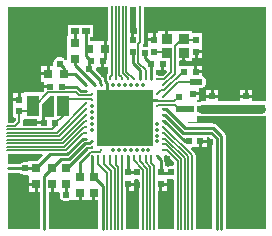
<source format=gtl>
G04*
G04 #@! TF.GenerationSoftware,Altium Limited,Altium Designer,19.0.10 (269)*
G04*
G04 Layer_Physical_Order=1*
G04 Layer_Color=255*
%FSLAX24Y24*%
%MOIN*%
G70*
G01*
G75*
%ADD10C,0.0098*%
%ADD12C,0.0079*%
%ADD13R,0.0197X0.0236*%
%ADD14R,0.0256X0.0197*%
%ADD15R,0.0236X0.0197*%
%ADD16R,0.0315X0.0295*%
%ADD17R,0.0374X0.0335*%
%ADD18R,0.0295X0.0315*%
%ADD19R,0.0300X0.0300*%
%ADD21R,0.1909X0.1909*%
%ADD22R,0.0394X0.0709*%
%ADD32C,0.0108*%
%ADD33C,0.0059*%
%ADD34C,0.0300*%
%ADD35C,0.0200*%
%ADD36C,0.0057*%
%ADD37C,0.0072*%
%ADD38C,0.0083*%
%ADD39C,0.0240*%
%ADD40C,0.0138*%
G36*
X372Y2817D02*
X316D01*
Y2598D01*
X216D01*
Y2817D01*
X169D01*
Y3708D01*
X372D01*
Y2817D01*
D02*
G37*
G36*
X-555Y2566D02*
X-609D01*
Y2309D01*
X-709D01*
Y2566D01*
X-907D01*
Y2566D01*
X-943D01*
Y2566D01*
X-1150D01*
Y2705D01*
X-1071D01*
Y3102D01*
X-1901D01*
Y2738D01*
X-1931D01*
Y2243D01*
X-1931D01*
Y2206D01*
X-1931D01*
Y1926D01*
X-1981Y1914D01*
X-1984Y1921D01*
X-2000Y1945D01*
X-2019Y1967D01*
X-2041Y1986D01*
X-2065Y2002D01*
X-2091Y2015D01*
X-2118Y2024D01*
X-2146Y2030D01*
X-2175Y2032D01*
X-2204Y2030D01*
X-2232Y2024D01*
X-2260Y2015D01*
X-2285Y2002D01*
X-2309Y1986D01*
X-2331Y1967D01*
X-2350Y1945D01*
X-2366Y1921D01*
X-2379Y1895D01*
X-2388Y1868D01*
X-2394Y1840D01*
X-2396Y1811D01*
X-2394Y1782D01*
X-2392Y1774D01*
X-2418Y1733D01*
X-2431Y1724D01*
X-2499D01*
Y1467D01*
X-2549D01*
Y1417D01*
X-2797D01*
Y1209D01*
X-2708D01*
Y1083D01*
X-2490D01*
Y983D01*
X-2708D01*
Y881D01*
X-2719Y872D01*
X-2765Y858D01*
Y858D01*
X-2765Y858D01*
X-3359D01*
Y828D01*
X-3465D01*
Y610D01*
X-3515D01*
Y560D01*
X-3713D01*
Y392D01*
Y-2D01*
X-3645D01*
Y-73D01*
X-3711Y-140D01*
X-3905D01*
Y3708D01*
X-555D01*
Y2566D01*
D02*
G37*
G36*
X4692Y550D02*
X4557D01*
X4550Y550D01*
X4237D01*
Y667D01*
X4039D01*
X3841D01*
Y550D01*
X3114D01*
Y667D01*
X2718D01*
Y550D01*
X2566D01*
X2538Y549D01*
X2510Y544D01*
X2483Y536D01*
X2457Y526D01*
X2452Y523D01*
X2407Y547D01*
X2417Y585D01*
X2464D01*
Y753D01*
X2266D01*
Y853D01*
X2464D01*
Y932D01*
X2486Y980D01*
X2515Y982D01*
X2543Y988D01*
X2570Y997D01*
X2596Y1010D01*
X2620Y1026D01*
X2642Y1045D01*
X2661Y1067D01*
X2677Y1091D01*
X2690Y1116D01*
X2699Y1144D01*
X2704Y1172D01*
X2706Y1201D01*
X2704Y1230D01*
X2699Y1258D01*
X2690Y1285D01*
X2677Y1311D01*
X2661Y1335D01*
X2642Y1357D01*
X2620Y1376D01*
X2596Y1392D01*
X2580Y1400D01*
Y1495D01*
X2362D01*
Y1545D01*
X2312D01*
Y1744D01*
X1803D01*
Y1906D01*
X1913D01*
Y2173D01*
X2013D01*
Y1906D01*
X2250D01*
Y1985D01*
X2328D01*
Y2203D01*
X2378D01*
Y2253D01*
X2576D01*
Y2379D01*
Y2815D01*
X2250D01*
Y2893D01*
X1442D01*
Y2626D01*
X1342D01*
Y2893D01*
X1105D01*
Y2815D01*
X1028D01*
Y2597D01*
X978D01*
Y2547D01*
X779D01*
Y2388D01*
X764Y2371D01*
X729Y2354D01*
X717Y2359D01*
X688Y2364D01*
X659Y2366D01*
X646Y2365D01*
X607Y2403D01*
X606Y2443D01*
X607Y2443D01*
X618Y2461D01*
X625Y2479D01*
X630Y2499D01*
X632Y2520D01*
Y3708D01*
X4692D01*
Y550D01*
D02*
G37*
G36*
X1320Y1593D02*
X1368D01*
X1389Y1543D01*
X1255Y1409D01*
X1166D01*
X1153Y1417D01*
X1130Y1427D01*
X1107Y1432D01*
X1083Y1434D01*
X1036Y1472D01*
Y1593D01*
X1220D01*
Y1791D01*
X1320D01*
Y1593D01*
D02*
G37*
G36*
X-683Y1702D02*
X-555D01*
Y1483D01*
X-584Y1454D01*
X-597Y1439D01*
X-608Y1421D01*
X-616Y1402D01*
X-620Y1383D01*
X-622Y1363D01*
X-630Y1350D01*
X-639Y1327D01*
X-686Y1318D01*
X-692Y1320D01*
X-693Y1323D01*
X-706Y1343D01*
X-721Y1361D01*
X-971Y1611D01*
X-970Y1619D01*
X-972Y1648D01*
X-973Y1652D01*
X-940Y1702D01*
X-783D01*
Y1900D01*
X-683D01*
Y1702D01*
D02*
G37*
G36*
X-2375Y31D02*
X-2658D01*
Y-167D01*
X-2708D01*
Y-217D01*
X-2926D01*
Y-256D01*
X-3394D01*
X-3412Y-206D01*
X-3410Y-203D01*
X-3399Y-186D01*
X-3391Y-167D01*
X-3386Y-147D01*
X-3385Y-127D01*
Y-90D01*
X-3359Y-51D01*
X-2926D01*
Y-117D01*
X-2758D01*
Y31D01*
X-2765D01*
Y458D01*
X-2503Y720D01*
X-2375D01*
Y31D01*
D02*
G37*
G36*
X-2740Y-1259D02*
X-2917Y-1435D01*
X-3210D01*
Y-1439D01*
X-3220Y-1451D01*
X-3260Y-1473D01*
X-3270Y-1470D01*
X-3298Y-1464D01*
X-3327Y-1463D01*
X-3356Y-1464D01*
X-3384Y-1470D01*
X-3411Y-1479D01*
X-3437Y-1492D01*
X-3461Y-1508D01*
X-3483Y-1527D01*
X-3488Y-1533D01*
X-3890D01*
X-3905Y-1520D01*
Y-1213D01*
X-2759D01*
X-2740Y-1259D01*
D02*
G37*
G36*
X1630Y-1479D02*
Y-1565D01*
X1623Y-1575D01*
X1580Y-1603D01*
X1574Y-1602D01*
X1545Y-1600D01*
X1516Y-1602D01*
X1488Y-1608D01*
X1461Y-1617D01*
X1439Y-1628D01*
X1430Y-1625D01*
X1389Y-1603D01*
Y-1603D01*
X1341Y-1600D01*
Y-1388D01*
X1339Y-1364D01*
X1333Y-1342D01*
X1324Y-1320D01*
X1312Y-1300D01*
X1299Y-1284D01*
X1367Y-1216D01*
X1630Y-1479D01*
D02*
G37*
G36*
X2457Y74D02*
X2483Y64D01*
X2510Y56D01*
X2538Y51D01*
X2566Y50D01*
X4550D01*
X4557Y50D01*
X4692D01*
Y-3708D01*
X3373D01*
X3365Y-3700D01*
Y-616D01*
X3365Y-616D01*
X3363Y-592D01*
X3358Y-569D01*
X3349Y-548D01*
X3337Y-528D01*
X3321Y-510D01*
X3321Y-510D01*
X3042Y-231D01*
X3025Y-216D01*
X3004Y-203D01*
X2983Y-194D01*
X2960Y-189D01*
X2937Y-187D01*
X2086D01*
X2079Y-178D01*
X2106Y-128D01*
X2392D01*
Y56D01*
X2414Y73D01*
X2442Y83D01*
X2457Y74D01*
D02*
G37*
G36*
X2910Y-742D02*
Y-3700D01*
X2903Y-3708D01*
X2361D01*
X2354Y-3701D01*
Y-1233D01*
X2353Y-1213D01*
X2348Y-1193D01*
X2340Y-1174D01*
X2330Y-1157D01*
X2316Y-1141D01*
X2207Y-1032D01*
X2227Y-986D01*
X2470D01*
Y-787D01*
X2520D01*
Y-737D01*
X2738D01*
Y-642D01*
X2810D01*
X2910Y-742D01*
D02*
G37*
G36*
X1461Y-2025D02*
X1488Y-2034D01*
X1516Y-2039D01*
X1545Y-2041D01*
X1574Y-2039D01*
X1580Y-2038D01*
X1623Y-2066D01*
X1630Y-2077D01*
Y-3701D01*
X1623Y-3708D01*
X1096D01*
X1090Y-3701D01*
Y-2433D01*
X1141D01*
Y-2215D01*
X1191D01*
Y-2165D01*
X1389D01*
Y-2041D01*
X1395Y-2035D01*
X1422Y-2019D01*
X1439Y-2014D01*
X1461Y-2025D01*
D02*
G37*
G36*
X375Y-2039D02*
X404Y-2041D01*
X430Y-2040D01*
X433Y-2040D01*
X480Y-2076D01*
Y-3701D01*
X473Y-3708D01*
X38D01*
X32Y-3701D01*
Y-2433D01*
X48D01*
Y-2215D01*
X98D01*
Y-2165D01*
X297D01*
Y-2069D01*
X299Y-2065D01*
X343Y-2034D01*
X346Y-2034D01*
X375Y-2039D01*
D02*
G37*
G36*
X-2371Y-2462D02*
X-2211D01*
X-2188Y-2485D01*
X-2174Y-2512D01*
X-2177Y-2530D01*
X-2179Y-2559D01*
X-2177Y-2588D01*
X-2172Y-2616D01*
X-2162Y-2643D01*
X-2150Y-2669D01*
X-2134Y-2693D01*
X-2115Y-2715D01*
X-2093Y-2734D01*
X-2069Y-2750D01*
X-2043Y-2763D01*
X-2016Y-2772D01*
X-1987Y-2778D01*
X-1959Y-2780D01*
X-1930Y-2778D01*
X-1902Y-2772D01*
X-1874Y-2763D01*
X-1848Y-2750D01*
X-1824Y-2734D01*
X-1804Y-2716D01*
X-1800Y-2716D01*
X-1754Y-2735D01*
Y-2748D01*
X-1546D01*
Y-2500D01*
X-1446D01*
Y-2748D01*
X-1083D01*
Y-2500D01*
X-983D01*
Y-2748D01*
X-888D01*
Y-3691D01*
X-904Y-3708D01*
X-2530D01*
X-2537Y-3701D01*
Y-2462D01*
X-2471D01*
Y-2215D01*
X-2371D01*
Y-2462D01*
D02*
G37*
G36*
X-3483Y-1839D02*
X-3461Y-1858D01*
X-3437Y-1874D01*
X-3411Y-1887D01*
X-3384Y-1896D01*
X-3356Y-1902D01*
X-3327Y-1904D01*
X-3298Y-1902D01*
X-3270Y-1896D01*
X-3260Y-1893D01*
X-3247Y-1900D01*
X-3210Y-1931D01*
Y-1967D01*
X-3210D01*
Y-2165D01*
X-2953D01*
Y-2215D01*
X-2903D01*
Y-2462D01*
X-2837D01*
Y-3701D01*
X-2844Y-3708D01*
X-3905D01*
Y-1847D01*
X-3890Y-1833D01*
X-3488D01*
X-3483Y-1839D01*
D02*
G37*
%LPC*%
G36*
X-2599Y1724D02*
X-2797D01*
Y1517D01*
X-2599D01*
Y1724D01*
D02*
G37*
G36*
X-3565Y828D02*
X-3713D01*
Y660D01*
X-3565D01*
Y828D01*
D02*
G37*
G36*
X928Y2815D02*
X779D01*
Y2647D01*
X928D01*
Y2815D01*
D02*
G37*
G36*
X2576Y2153D02*
X2428D01*
Y1985D01*
X2576D01*
Y2153D01*
D02*
G37*
G36*
X2580Y1744D02*
X2412D01*
Y1595D01*
X2580D01*
Y1744D01*
D02*
G37*
G36*
X4237Y935D02*
X4089D01*
Y767D01*
X4237D01*
Y935D01*
D02*
G37*
G36*
X3114Y935D02*
X2966D01*
Y767D01*
X3114D01*
Y935D01*
D02*
G37*
G36*
X2866D02*
X2718D01*
Y767D01*
X2866D01*
Y935D01*
D02*
G37*
G36*
X3989Y935D02*
X3841D01*
Y767D01*
X3989D01*
Y935D01*
D02*
G37*
G36*
X2738Y-837D02*
X2570D01*
Y-986D01*
X2738D01*
Y-837D01*
D02*
G37*
G36*
X1389Y-2265D02*
X1241D01*
Y-2433D01*
X1389D01*
Y-2265D01*
D02*
G37*
G36*
X297D02*
X148D01*
Y-2433D01*
X297D01*
Y-2265D01*
D02*
G37*
G36*
X-3003D02*
X-3210D01*
Y-2462D01*
X-3003D01*
Y-2265D01*
D02*
G37*
%LPD*%
D10*
X3216Y-3700D02*
Y-616D01*
X3060Y-3700D02*
Y-680D01*
X2937Y-337D02*
X3216Y-616D01*
X2872Y-492D02*
X3060Y-680D01*
X-1299Y2067D02*
Y2904D01*
X-1191Y1619D02*
Y1959D01*
X-591Y591D02*
X0Y0D01*
X-591Y591D02*
Y1083D01*
X-2953Y-1683D02*
X-2490Y-1220D01*
X659Y2008D02*
Y2146D01*
Y2008D02*
X876Y1791D01*
X-2175Y1811D02*
X-2018Y1654D01*
Y1467D02*
Y1654D01*
X-2096Y1033D02*
X-1614D01*
X-1467Y886D01*
X-1280D01*
X-2018Y1467D02*
X-1663D01*
X-1280Y1083D01*
X-1673Y1772D02*
Y1959D01*
Y1772D02*
X-984Y1083D01*
X-1191Y1619D02*
X-827Y1255D01*
Y1152D02*
X-787Y1113D01*
Y1083D02*
Y1113D01*
X-827Y1152D02*
Y1255D01*
X-653Y1213D02*
Y1434D01*
Y1213D02*
X-591Y1151D01*
Y1083D02*
Y1151D01*
X-1673Y2904D02*
X-1673Y2904D01*
X-1673Y2490D02*
Y2904D01*
X266Y1830D02*
X492Y1604D01*
X266Y1830D02*
Y2205D01*
X98Y-1821D02*
X404D01*
X591Y591D02*
X1083D01*
X0Y0D02*
X236Y236D01*
X591Y591D01*
X-2490Y-1220D02*
X-1917D01*
X-1386Y-689D01*
X-1280D01*
X-2687Y-3701D02*
Y-1949D01*
X-2421Y-1683D01*
X-2116Y-1378D01*
X-1855D01*
X-1959Y-1683D02*
X-1940D01*
X-1269Y-1012D01*
X-1113Y-787D02*
X-1083D01*
X-1175Y-850D02*
X-1113Y-787D01*
X-1327Y-850D02*
X-1175D01*
X-1855Y-1378D02*
X-1327Y-850D01*
X98Y-1821D02*
Y-1280D01*
X1083D02*
X1191Y-1388D01*
Y-1821D02*
Y-1388D01*
Y-1821D02*
X1211Y-1841D01*
X1280Y98D02*
X1333D01*
X1280Y295D02*
X1356D01*
X1280Y-98D02*
X1310D01*
X1356Y295D02*
X1988Y-337D01*
X2937D01*
X1923Y-492D02*
X2872D01*
X1333Y98D02*
X1923Y-492D01*
X1999Y-787D02*
X2126D01*
X1310Y-98D02*
X1999Y-787D01*
X492Y1280D02*
Y1604D01*
X886Y1280D02*
Y1781D01*
X876Y1791D02*
X886Y1781D01*
X-1959Y-2559D02*
Y-2215D01*
Y-2559D02*
X-1959Y-2559D01*
X1211Y-1841D02*
X1545D01*
X-1083Y-1919D02*
X-1033Y-1969D01*
X-1083Y-1919D02*
Y-1280D01*
X-1496Y-1969D02*
Y-1484D01*
X-1243Y-1231D01*
X-1033Y-1969D02*
X-738Y-2264D01*
Y-3691D02*
Y-2264D01*
X-3890Y-1683D02*
X-3327D01*
X-2953D01*
X-1299Y2067D02*
X-1191Y1959D01*
X-659Y1974D02*
Y2309D01*
X-733Y1900D02*
X-659Y1974D01*
D12*
X-886Y-1535D02*
Y-1280D01*
X-689Y-1535D02*
Y-1280D01*
Y-1535D02*
X-457Y-1768D01*
X-886Y-1535D02*
X-593Y-1829D01*
X-457Y-3701D02*
Y-1768D01*
X-593Y-3701D02*
Y-1829D01*
D13*
X4039Y717D02*
D03*
Y323D02*
D03*
X2916Y323D02*
D03*
Y717D02*
D03*
X1792Y305D02*
D03*
Y699D02*
D03*
X2266Y1197D02*
D03*
Y803D02*
D03*
X1191Y-1821D02*
D03*
Y-2215D02*
D03*
X98Y-1821D02*
D03*
Y-2215D02*
D03*
X2378Y2597D02*
D03*
Y2203D02*
D03*
X978Y2203D02*
D03*
Y2597D02*
D03*
X266Y2205D02*
D03*
Y2598D02*
D03*
X-3515Y217D02*
D03*
Y610D02*
D03*
D14*
X2165Y302D02*
D03*
X2539Y302D02*
D03*
X-1673Y2904D02*
D03*
X-1299D02*
D03*
D15*
X876Y1791D02*
D03*
X1270D02*
D03*
X2126Y-787D02*
D03*
X2520D02*
D03*
X1969Y1545D02*
D03*
X2362D02*
D03*
X-2096Y1033D02*
D03*
X-2490D02*
D03*
X-2314Y-167D02*
D03*
X-2708D02*
D03*
X-1127Y1900D02*
D03*
X-733D02*
D03*
D16*
X-1959Y-2215D02*
D03*
Y-1683D02*
D03*
X-2421Y-2215D02*
D03*
Y-1683D02*
D03*
X-2953Y-2215D02*
D03*
Y-1683D02*
D03*
X-1673Y2490D02*
D03*
Y1959D02*
D03*
X-1496Y-2500D02*
D03*
Y-1969D02*
D03*
X-1033Y-2500D02*
D03*
Y-1969D02*
D03*
D17*
X1392Y2173D02*
D03*
Y2626D02*
D03*
X1963D02*
D03*
Y2173D02*
D03*
D18*
X-2549Y1467D02*
D03*
X-2018D02*
D03*
X-1191Y2309D02*
D03*
X-659D02*
D03*
D19*
X4550Y300D02*
D03*
D21*
X0Y0D02*
D03*
D22*
X-2078Y404D02*
D03*
X-3062D02*
D03*
D32*
X886Y1280D02*
D03*
X-492D02*
D03*
X-295D02*
D03*
X-98D02*
D03*
X98D02*
D03*
X295D02*
D03*
X492D02*
D03*
X689D02*
D03*
X1083D02*
D03*
X-1280Y1083D02*
D03*
X-984D02*
D03*
X-787D02*
D03*
X-591D02*
D03*
X-394D02*
D03*
X-197D02*
D03*
X0D02*
D03*
X197D02*
D03*
X394D02*
D03*
X591D02*
D03*
X1280D02*
D03*
X1083Y787D02*
D03*
X-1280Y886D02*
D03*
X-1083Y787D02*
D03*
X1280Y689D02*
D03*
X-1083Y591D02*
D03*
X1083D02*
D03*
X-1280Y492D02*
D03*
X-1083Y394D02*
D03*
X1083D02*
D03*
X-1280Y295D02*
D03*
X1280D02*
D03*
X-1083Y197D02*
D03*
X-1280Y98D02*
D03*
X1280D02*
D03*
X-1083Y0D02*
D03*
X-1280Y-98D02*
D03*
X1280D02*
D03*
X-1083Y-197D02*
D03*
X1083D02*
D03*
X-1280Y-295D02*
D03*
X1280D02*
D03*
X-1083Y-394D02*
D03*
X1083D02*
D03*
X-1280Y-492D02*
D03*
X1280D02*
D03*
X1083Y-591D02*
D03*
X-1280Y-689D02*
D03*
X1280D02*
D03*
X-1083Y-787D02*
D03*
X1083D02*
D03*
X1280Y-886D02*
D03*
X-1083Y-984D02*
D03*
X-787Y-1083D02*
D03*
X-394D02*
D03*
X-197D02*
D03*
X0D02*
D03*
X197D02*
D03*
X394D02*
D03*
X591D02*
D03*
X787D02*
D03*
X1280D02*
D03*
X-1083Y-1280D02*
D03*
X-886D02*
D03*
X-689D02*
D03*
X-492D02*
D03*
X-295D02*
D03*
X-98D02*
D03*
X98D02*
D03*
X295D02*
D03*
X492D02*
D03*
X689D02*
D03*
X886D02*
D03*
X1083D02*
D03*
D33*
X2108Y-3701D02*
Y-1281D01*
X2225Y-3701D02*
Y-1233D01*
X1992Y-3701D02*
Y-1329D01*
X1876Y-3701D02*
Y-1377D01*
X1760Y-3701D02*
Y-1425D01*
X1769Y1201D02*
X2486D01*
X-2276Y-502D02*
X-1282Y492D01*
X-3917Y-502D02*
X-2276D01*
X-3917Y-386D02*
X-2444D01*
X-3515Y-127D02*
Y217D01*
X-3917Y-270D02*
X-3658D01*
X-3515Y-127D01*
X295Y1280D02*
Y1283D01*
X39Y1539D02*
X295Y1283D01*
X98Y1280D02*
Y1316D01*
X-77Y1491D02*
X98Y1316D01*
X-77Y1491D02*
Y3720D01*
X-193Y1443D02*
Y3720D01*
Y1443D02*
X-98Y1348D01*
X-309Y1293D02*
Y3720D01*
Y1293D02*
X-295Y1280D01*
X39Y1539D02*
Y3720D01*
X-425Y1429D02*
Y3720D01*
X-492Y1362D02*
X-425Y1429D01*
X502Y2520D02*
Y3722D01*
X453Y2470D02*
X502Y2520D01*
X-3917Y-618D02*
X-2195D01*
X-3917Y-734D02*
X-2142D01*
X-2444Y-386D02*
X-2314Y-256D01*
Y-167D01*
X-3917Y-1083D02*
X-1972D01*
X-1381Y-492D02*
X-1280D01*
X-1972Y-1083D02*
X-1381Y-492D01*
X-3917Y-967D02*
X-2020D01*
X-1348Y-295D01*
X-1280D01*
X-3917Y-850D02*
X-2071D01*
X-1319Y-98D02*
X-1280D01*
X-2071Y-850D02*
X-1319Y-98D01*
X-1309Y98D02*
X-1280D01*
X-2142Y-734D02*
X-1309Y98D01*
X-2195Y-618D02*
X-1282Y295D01*
X-1280D01*
X-1282Y492D02*
X-1280D01*
X1309Y1280D02*
X1545Y1516D01*
Y2020D01*
X1673Y1476D02*
Y2402D01*
X1392Y2173D02*
X1545Y2020D01*
X1363Y2203D02*
X1392Y2173D01*
X-98Y1280D02*
Y1348D01*
X-492Y1280D02*
Y1362D01*
X978Y2203D02*
X1363D01*
X1868Y2597D02*
X2378D01*
X1673Y2402D02*
X1868Y2597D01*
X1280Y712D02*
X1769Y1201D01*
X1280Y689D02*
Y712D01*
X1949Y1545D02*
X1969D01*
X1319Y915D02*
X1949Y1545D01*
X1213Y915D02*
X1319D01*
X1083Y787D02*
X1085D01*
X1213Y915D01*
X1280Y1083D02*
X1673Y1476D01*
X1083Y1280D02*
X1309D01*
X-98Y-3701D02*
Y-1280D01*
X-492Y-1535D02*
X-331Y-1697D01*
Y-3701D02*
Y-1697D01*
X-492Y-1535D02*
Y-1280D01*
X-295Y-1568D02*
X-215Y-1649D01*
Y-3701D02*
Y-1649D01*
X-295Y-1568D02*
Y-1280D01*
X295Y-1420D02*
Y-1280D01*
Y-1420D02*
X610Y-1735D01*
Y-3701D02*
Y-1735D01*
X492Y-1453D02*
X727Y-1688D01*
Y-3701D02*
Y-1688D01*
X492Y-1453D02*
Y-1280D01*
X689Y-1486D02*
X843Y-1640D01*
X689Y-1486D02*
Y-1280D01*
X843Y-3701D02*
Y-1640D01*
X886Y-1518D02*
X960Y-1592D01*
Y-3701D02*
Y-1592D01*
X886Y-1518D02*
Y-1280D01*
X1280Y-1083D02*
X1417D01*
X1280Y-492D02*
X1320D01*
X1280Y-886D02*
X1385D01*
X1280Y-689D02*
X1352D01*
X1280Y-295D02*
X1287D01*
X1417Y-1083D02*
X1760Y-1425D01*
X1385Y-886D02*
X1876Y-1377D01*
X1352Y-689D02*
X1992Y-1329D01*
X1320Y-492D02*
X2108Y-1281D01*
X1287Y-295D02*
X2225Y-1233D01*
X689Y1280D02*
Y1599D01*
X453Y1835D02*
Y2470D01*
Y1835D02*
X689Y1599D01*
D34*
X2566Y300D02*
X4550D01*
D35*
X1793Y303D02*
X2145D01*
D36*
X1793D02*
X1795Y301D01*
X1662Y435D02*
X1793Y303D01*
X1124Y435D02*
X1662D01*
X1124Y549D02*
X1642D01*
X1792Y699D01*
X-3062Y404D02*
X-3002D01*
X-2556Y849D01*
X-1849Y632D02*
X-1124D01*
X-2556Y849D02*
X-1621D01*
X-3515Y217D02*
X-3249D01*
X-3062Y404D01*
X-2078Y69D02*
Y404D01*
X-2314Y-167D02*
X-2078Y69D01*
Y404D02*
X-1849Y632D01*
X-1514Y746D02*
X-1124D01*
X-1519Y751D02*
X-1514Y746D01*
X-1522Y751D02*
X-1519D01*
X-1621Y849D02*
X-1522Y751D01*
X-1124Y746D02*
X-1083Y787D01*
X-1124Y632D02*
X-1083Y591D01*
X1083D02*
X1124Y549D01*
X1083Y394D02*
X1124Y435D01*
D37*
X-1243Y-1231D02*
X-1144Y-1132D01*
X-837D01*
X-787Y-1083D01*
D38*
X-1096Y-997D02*
X-1083Y-984D01*
X-1254Y-997D02*
X-1096D01*
D39*
X3566Y-79D02*
D03*
X3566Y679D02*
D03*
X3570Y1590D02*
D03*
X4570D02*
D03*
X3570Y2590D02*
D03*
X4570D02*
D03*
X1570Y3590D02*
D03*
X4570D02*
D03*
X2570D02*
D03*
X4570Y-590D02*
D03*
X3490D02*
D03*
Y-1590D02*
D03*
X2472D02*
D03*
X4570D02*
D03*
Y-2590D02*
D03*
Y-3590D02*
D03*
X2910Y1050D02*
D03*
X4566Y679D02*
D03*
X4566Y-79D02*
D03*
X2569Y-39D02*
D03*
X2590Y700D02*
D03*
X2486Y1201D02*
D03*
X295Y2904D02*
D03*
X2700Y1550D02*
D03*
X2710Y2210D02*
D03*
X1390Y3020D02*
D03*
X757Y2953D02*
D03*
Y3590D02*
D03*
X3570D02*
D03*
X2825Y-797D02*
D03*
X1496Y-2234D02*
D03*
X2472Y-3590D02*
D03*
Y-2590D02*
D03*
X3490D02*
D03*
Y-3590D02*
D03*
X1208D02*
D03*
X260D02*
D03*
X148Y-2559D02*
D03*
X-1043Y-2864D02*
D03*
X-1516D02*
D03*
X-1020Y-3590D02*
D03*
X-2420D02*
D03*
X-2362Y-2559D02*
D03*
X-2953D02*
D03*
X-2960Y-3590D02*
D03*
X-3790Y-60D02*
D03*
X-2619Y394D02*
D03*
X-2835Y1033D02*
D03*
X-2913Y1467D02*
D03*
X-2559Y2362D02*
D03*
X-719Y3590D02*
D03*
X-1575D02*
D03*
X-2559D02*
D03*
X-3790D02*
D03*
Y2362D02*
D03*
Y984D02*
D03*
Y-2470D02*
D03*
Y-3590D02*
D03*
X-3327Y-1683D02*
D03*
X-3062Y-157D02*
D03*
X659Y2146D02*
D03*
X1201Y1496D02*
D03*
X-2175Y1811D02*
D03*
X-709Y1457D02*
D03*
X404Y-1821D02*
D03*
X1949Y1841D02*
D03*
X1545Y-1821D02*
D03*
X-1959Y-2559D02*
D03*
X404Y-2244D02*
D03*
X1211Y-2550D02*
D03*
X1417Y-1378D02*
D03*
X-3790Y-1330D02*
D03*
X-2992D02*
D03*
X-709Y709D02*
D03*
X-236D02*
D03*
X236D02*
D03*
X709D02*
D03*
X-709Y236D02*
D03*
X-236D02*
D03*
X236D02*
D03*
X709D02*
D03*
X-709Y-236D02*
D03*
X-236D02*
D03*
X236D02*
D03*
X709D02*
D03*
X-709Y-709D02*
D03*
X-236D02*
D03*
X236D02*
D03*
X709D02*
D03*
X-1191Y1619D02*
D03*
X-740Y2710D02*
D03*
D40*
X-1083Y394D02*
D03*
Y-394D02*
D03*
Y-197D02*
D03*
Y0D02*
D03*
Y197D02*
D03*
X787Y-1083D02*
D03*
X394D02*
D03*
X591D02*
D03*
X1083Y-197D02*
D03*
X1083Y-394D02*
D03*
Y-591D02*
D03*
Y-787D02*
D03*
X-394Y-1083D02*
D03*
X-197D02*
D03*
X0Y-1083D02*
D03*
X-394Y1083D02*
D03*
X-197D02*
D03*
X0D02*
D03*
X197D02*
D03*
X394D02*
D03*
X591D02*
D03*
X197Y-1083D02*
D03*
M02*

</source>
